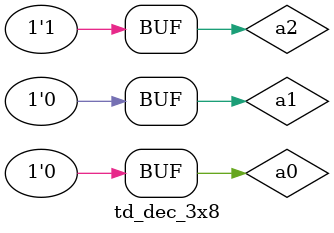
<source format=v>
module td_dec_3x8();
wire [7:0] y;
reg a0,a1,a2;

d_dec_3x8 m1(y,a0,a1,a2);
initial begin
a0=0;a1=0;a2=0;
#5 a0=1;a1=0;a2=0;
#5 a0=0;a1=1;a2=0;
#5 a0=0;a1=0;a2=1;
end
endmodule

</source>
